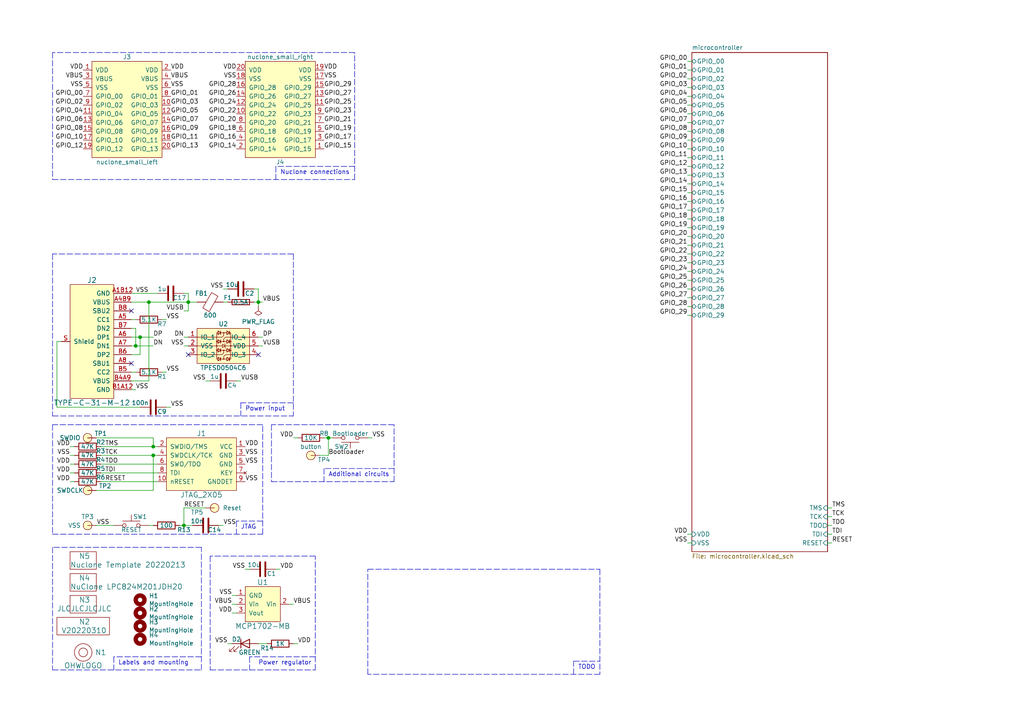
<source format=kicad_sch>
(kicad_sch (version 20211123) (generator eeschema)
  (paper "A4")
  (lib_symbols
    (symbol "Device:C" (pin_numbers hide) (pin_names (offset 0.254))
      (property "Reference" "C" (at 0.635 2.54 0))
      (property "Value" "C" (at 0.635 -2.54 0))
      (symbol "C_0_1"
        (polyline (pts (xy -2.032 -0.762) (xy 2.032 -0.762)) (stroke (width 0.508)))
        (polyline (pts (xy -2.032 0.762) (xy 2.032 0.762)) (stroke (width 0.508)))
      )
      (symbol "C_1_1"
        (pin passive line (at 0 3.81 270) (length 2.794) (name "~") (number "1"))
        (pin passive line (at 0 -3.81 90) (length 2.794) (name "~") (number "2"))
      )
    )
    (symbol "Device:FerriteBead" (pin_numbers hide) (pin_names (offset 0))
      (property "Reference" "FB" (at -3.81 0.635 90))
      (property "Value" "FerriteBead" (at 3.81 0 90))
      (symbol "FerriteBead_0_1"
        (polyline (pts (xy 0 -1.27) (xy 0 -1.2192)))
        (polyline (pts (xy 0 1.27) (xy 0 1.2954)))
        (polyline (pts (xy -2.7686 0.4064) (xy -1.7018 2.2606) (xy 2.7686 -0.3048) (xy 1.6764 -2.159) (xy -2.7686 0.4064)))
      )
      (symbol "FerriteBead_1_1"
        (pin passive line (at 0 3.81 270) (length 2.54) (name "~") (number "1"))
        (pin passive line (at 0 -3.81 90) (length 2.54) (name "~") (number "2"))
      )
    )
    (symbol "Device:Fuse" (pin_numbers hide) (pin_names (offset 0))
      (property "Reference" "F" (at 2.032 0 90))
      (property "Value" "Fuse" (at -1.905 0 90))
      (symbol "Fuse_0_1"
        (rectangle (start -0.762 -2.54) (end 0.762 2.54) (stroke (width 0.254)))
        (polyline (pts (xy 0 2.54) (xy 0 -2.54)))
      )
      (symbol "Fuse_1_1"
        (pin passive line (at 0 3.81 270) (length 1.27) (name "~") (number "1"))
        (pin passive line (at 0 -3.81 90) (length 1.27) (name "~") (number "2"))
      )
    )
    (symbol "Device:LED" (pin_numbers hide) (pin_names (offset 1.016) hide)
      (property "Reference" "D" (at 0 2.54 0))
      (property "Value" "LED" (at 0 -2.54 0))
      (symbol "LED_0_1"
        (polyline (pts (xy -1.27 -1.27) (xy -1.27 1.27)) (stroke (width 0.254)))
        (polyline (pts (xy -1.27 0) (xy 1.27 0)))
        (polyline (pts (xy 1.27 -1.27) (xy 1.27 1.27) (xy -1.27 0) (xy 1.27 -1.27)) (stroke (width 0.254)))
        (polyline (pts (xy -3.048 -0.762) (xy -4.572 -2.286) (xy -3.81 -2.286) (xy -4.572 -2.286) (xy -4.572 -1.524)))
        (polyline (pts (xy -1.778 -0.762) (xy -3.302 -2.286) (xy -2.54 -2.286) (xy -3.302 -2.286) (xy -3.302 -1.524)))
      )
      (symbol "LED_1_1"
        (pin passive line (at -3.81 0 0) (length 2.54) (name "K") (number "1"))
        (pin passive line (at 3.81 0 180) (length 2.54) (name "A") (number "2"))
      )
    )
    (symbol "Device:R" (pin_numbers hide) (pin_names (offset 0))
      (property "Reference" "R" (at 2.032 0 90))
      (property "Value" "R" (at 0 0 90))
      (symbol "R_0_1"
        (rectangle (start -1.016 -2.54) (end 1.016 2.54) (stroke (width 0.254)))
      )
      (symbol "R_1_1"
        (pin passive line (at 0 3.81 270) (length 1.27) (name "~") (number "1"))
        (pin passive line (at 0 -3.81 90) (length 1.27) (name "~") (number "2"))
      )
    )
    (symbol "Mechanical:MountingHole" (pin_names (offset 1.016))
      (property "Reference" "H" (at 0 5.08 0))
      (property "Value" "MountingHole" (at 0 3.175 0))
      (symbol "MountingHole_0_1"
        (circle (center 0 0) (radius 1.27) (stroke (width 1.27)))
      )
    )
    (symbol "SquantorConnectorsNamed:JTAG_2X05_IN" (pin_names (offset 1.016))
      (property "Reference" "J" (at 0 8.89 0))
      (property "Value" "JTAG_2X05_IN" (at 0 -8.89 0))
      (symbol "JTAG_2X05_IN_0_1"
        (rectangle (start -10.16 7.62) (end 10.16 -7.62) (fill (type background)))
      )
      (symbol "JTAG_2X05_IN_1_1"
        (pin power_in line (at 12.7 5.08 180) (length 2.54) (name "VCC") (number "1"))
        (pin open_collector line (at -12.7 -5.08 0) (length 2.54) (name "nRESET") (number "10"))
        (pin bidirectional line (at -12.7 5.08 0) (length 2.54) (name "SWDIO/TMS") (number "2"))
        (pin power_in line (at 12.7 2.54 180) (length 2.54) (name "GND") (number "3"))
        (pin output line (at -12.7 2.54 0) (length 2.54) (name "SWDCLK/TCK") (number "4"))
        (pin power_in line (at 12.7 0 180) (length 2.54) (name "GND") (number "5"))
        (pin output line (at -12.7 0 0) (length 2.54) (name "SWO/TDO") (number "6"))
        (pin no_connect line (at 12.7 -2.54 180) (length 2.54) (name "KEY") (number "7"))
        (pin input line (at -12.7 -2.54 0) (length 2.54) (name "TDI") (number "8"))
        (pin power_in line (at 12.7 -5.08 180) (length 2.54) (name "GNDDET") (number "9"))
      )
    )
    (symbol "SquantorConnectorsNamed:nuclone_small_left" (pin_names (offset 1.016))
      (property "Reference" "J" (at 0 15.24 0))
      (property "Value" "nuclone_small_left" (at 0 -15.24 0))
      (symbol "nuclone_small_left_0_1"
        (rectangle (start -10.16 13.97) (end 10.16 -13.97) (fill (type background)))
      )
      (symbol "nuclone_small_left_1_1"
        (pin power_in line (at -12.7 11.43 0) (length 2.54) (name "VDD") (number "1"))
        (pin bidirectional line (at 12.7 1.27 180) (length 2.54) (name "GPIO_03") (number "10"))
        (pin bidirectional line (at -12.7 -1.27 0) (length 2.54) (name "GPIO_04") (number "11"))
        (pin bidirectional line (at 12.7 -1.27 180) (length 2.54) (name "GPIO_05") (number "12"))
        (pin bidirectional line (at -12.7 -3.81 0) (length 2.54) (name "GPIO_06") (number "13"))
        (pin bidirectional line (at 12.7 -3.81 180) (length 2.54) (name "GPIO_07") (number "14"))
        (pin bidirectional line (at -12.7 -6.35 0) (length 2.54) (name "GPIO_08") (number "15"))
        (pin bidirectional line (at 12.7 -6.35 180) (length 2.54) (name "GPIO_09") (number "16"))
        (pin bidirectional line (at -12.7 -8.89 0) (length 2.54) (name "GPIO_10") (number "17"))
        (pin bidirectional line (at 12.7 -8.89 180) (length 2.54) (name "GPIO_11") (number "18"))
        (pin bidirectional line (at -12.7 -11.43 0) (length 2.54) (name "GPIO_12") (number "19"))
        (pin power_in line (at 12.7 11.43 180) (length 2.54) (name "VDD") (number "2"))
        (pin bidirectional line (at 12.7 -11.43 180) (length 2.54) (name "GPIO_13") (number "20"))
        (pin power_in line (at -12.7 8.89 0) (length 2.54) (name "VBUS") (number "3"))
        (pin power_in line (at 12.7 8.89 180) (length 2.54) (name "VBUS") (number "4"))
        (pin power_in line (at -12.7 6.35 0) (length 2.54) (name "VSS") (number "5"))
        (pin power_in line (at 12.7 6.35 180) (length 2.54) (name "VSS") (number "6"))
        (pin bidirectional line (at -12.7 3.81 0) (length 2.54) (name "GPIO_00") (number "7"))
        (pin bidirectional line (at 12.7 3.81 180) (length 2.54) (name "GPIO_01") (number "8"))
        (pin bidirectional line (at -12.7 1.27 0) (length 2.54) (name "GPIO_02") (number "9"))
      )
    )
    (symbol "SquantorConnectorsNamed:nuclone_small_right" (pin_names (offset 1.016))
      (property "Reference" "J" (at 0 -15.24 0))
      (property "Value" "nuclone_small_right" (at 0 15.24 0))
      (symbol "nuclone_small_right_0_1"
        (rectangle (start 10.16 -13.97) (end -10.16 13.97) (fill (type background)))
      )
      (symbol "nuclone_small_right_1_1"
        (pin bidirectional line (at 12.7 -11.43 180) (length 2.54) (name "GPIO_15") (number "1"))
        (pin bidirectional line (at -12.7 -1.27 0) (length 2.54) (name "GPIO_22") (number "10"))
        (pin bidirectional line (at 12.7 1.27 180) (length 2.54) (name "GPIO_25") (number "11"))
        (pin bidirectional line (at -12.7 1.27 0) (length 2.54) (name "GPIO_24") (number "12"))
        (pin bidirectional line (at 12.7 3.81 180) (length 2.54) (name "GPIO_27") (number "13"))
        (pin bidirectional line (at -12.7 3.81 0) (length 2.54) (name "GPIO_26") (number "14"))
        (pin bidirectional line (at 12.7 6.35 180) (length 2.54) (name "GPIO_29") (number "15"))
        (pin bidirectional line (at -12.7 6.35 0) (length 2.54) (name "GPIO_28") (number "16"))
        (pin power_in line (at 12.7 8.89 180) (length 2.54) (name "VSS") (number "17"))
        (pin power_in line (at -12.7 8.89 0) (length 2.54) (name "VSS") (number "18"))
        (pin power_in line (at 12.7 11.43 180) (length 2.54) (name "VDD") (number "19"))
        (pin bidirectional line (at -12.7 -11.43 0) (length 2.54) (name "GPIO_14") (number "2"))
        (pin power_in line (at -12.7 11.43 0) (length 2.54) (name "VDD") (number "20"))
        (pin bidirectional line (at 12.7 -8.89 180) (length 2.54) (name "GPIO_17") (number "3"))
        (pin bidirectional line (at -12.7 -8.89 0) (length 2.54) (name "GPIO_16") (number "4"))
        (pin bidirectional line (at 12.7 -6.35 180) (length 2.54) (name "GPIO_19") (number "5"))
        (pin bidirectional line (at -12.7 -6.35 0) (length 2.54) (name "GPIO_18") (number "6"))
        (pin bidirectional line (at 12.7 -3.81 180) (length 2.54) (name "GPIO_21") (number "7"))
        (pin bidirectional line (at -12.7 -3.81 0) (length 2.54) (name "GPIO_20") (number "8"))
        (pin bidirectional line (at 12.7 -1.27 180) (length 2.54) (name "GPIO_23") (number "9"))
      )
    )
    (symbol "SquantorDevice:TVS_4_Array" (pin_names (offset 1.016))
      (property "Reference" "U" (at 0 7.62 0))
      (property "Value" "TVS_4_Array" (at 0 -5.08 0))
      (symbol "TVS_4_Array_0_1"
        (rectangle (start -7.62 6.35) (end 7.62 -3.81) (fill (type background)))
        (circle (center -1.905 0) (radius 0.127))
        (circle (center -1.905 1.27) (radius 0.127))
        (circle (center -1.905 2.54) (radius 0.127))
        (polyline (pts (xy -7.62 1.27) (xy -0.254 1.27)))
        (polyline (pts (xy -1.905 5.08) (xy -1.905 -2.54)))
        (polyline (pts (xy -1.524 -2.54) (xy -1.905 -2.54)))
        (polyline (pts (xy -1.524 0) (xy -1.905 0)))
        (polyline (pts (xy -1.524 2.54) (xy -1.905 2.54)))
        (polyline (pts (xy -1.524 5.08) (xy -1.905 5.08)))
        (polyline (pts (xy -0.762 -2.54) (xy 1.016 -2.54)))
        (polyline (pts (xy -0.762 -2.032) (xy -0.762 -3.048)))
        (polyline (pts (xy -0.762 -2.032) (xy -0.762 -3.048)))
        (polyline (pts (xy -0.762 0) (xy 1.016 0)))
        (polyline (pts (xy -0.762 0.508) (xy -0.762 -0.508)))
        (polyline (pts (xy -0.762 0.508) (xy -0.762 -0.508)))
        (polyline (pts (xy -0.762 2.54) (xy 1.016 2.54)))
        (polyline (pts (xy -0.762 3.048) (xy -0.762 2.032)))
        (polyline (pts (xy -0.762 3.048) (xy -0.762 2.032)))
        (polyline (pts (xy -0.762 5.08) (xy 1.016 5.08)))
        (polyline (pts (xy -0.762 5.588) (xy -0.762 4.572)))
        (polyline (pts (xy -0.762 5.588) (xy -0.762 4.572)))
        (polyline (pts (xy 0.508 1.27) (xy 7.62 1.27)))
        (polyline (pts (xy 1.778 -2.54) (xy 2.159 -2.54)))
        (polyline (pts (xy 1.778 -2.032) (xy 1.778 -3.048)))
        (polyline (pts (xy 1.778 -2.032) (xy 1.778 -3.048)))
        (polyline (pts (xy 1.778 0) (xy 2.159 0)))
        (polyline (pts (xy 1.778 0.508) (xy 1.778 -0.508)))
        (polyline (pts (xy 1.778 0.508) (xy 1.778 -0.508)))
        (polyline (pts (xy 1.778 2.54) (xy 2.159 2.54)))
        (polyline (pts (xy 1.778 3.048) (xy 1.778 2.032)))
        (polyline (pts (xy 1.778 3.048) (xy 1.778 2.032)))
        (polyline (pts (xy 1.778 5.08) (xy 2.159 5.08)))
        (polyline (pts (xy 1.778 5.588) (xy 1.778 4.572)))
        (polyline (pts (xy 1.778 5.588) (xy 1.778 4.572)))
        (polyline (pts (xy 2.159 5.08) (xy 2.159 -2.54)))
        (polyline (pts (xy 0.508 1.27) (xy 0.508 0.762) (xy 0.635 0.635)))
        (polyline (pts (xy 0.508 1.27) (xy 0.508 1.778) (xy 0.381 1.905)))
        (polyline (pts (xy -7.62 -1.27) (xy -0.381 -1.27) (xy 0.127 -0.762) (xy 0.127 0)))
        (polyline (pts (xy -7.62 3.81) (xy -0.381 3.81) (xy 0.127 4.318) (xy 0.127 5.08)))
        (polyline (pts (xy 0.508 1.27) (xy -0.254 1.778) (xy -0.254 0.762) (xy 0.508 1.27)))
        (polyline (pts (xy 7.62 -1.27) (xy 0.635 -1.27) (xy 0.127 -1.778) (xy 0.127 -2.413)))
        (polyline (pts (xy 7.62 3.81) (xy 0.635 3.81) (xy 0.127 3.302) (xy 0.127 2.667)))
        (circle (center 0.127 -2.54) (radius 0.127))
        (circle (center 0.127 0) (radius 0.127))
        (circle (center 0.127 2.54) (radius 0.127))
        (circle (center 0.127 5.08) (radius 0.127))
        (circle (center 2.159 0) (radius 0.127))
        (circle (center 2.159 1.27) (radius 0.127))
        (circle (center 2.159 2.54) (radius 0.127))
      )
      (symbol "TVS_4_Array_1_1"
        (polyline (pts (xy -0.762 -2.54) (xy -1.524 -2.032) (xy -1.524 -3.048) (xy -0.762 -2.54)))
        (polyline (pts (xy -0.762 -2.54) (xy -1.524 -2.032) (xy -1.524 -3.048) (xy -0.762 -2.54)))
        (polyline (pts (xy -0.762 0) (xy -1.524 0.508) (xy -1.524 -0.508) (xy -0.762 0)))
        (polyline (pts (xy -0.762 0) (xy -1.524 0.508) (xy -1.524 -0.508) (xy -0.762 0)))
        (polyline (pts (xy -0.762 2.54) (xy -1.524 3.048) (xy -1.524 2.032) (xy -0.762 2.54)))
        (polyline (pts (xy -0.762 2.54) (xy -1.524 3.048) (xy -1.524 2.032) (xy -0.762 2.54)))
        (polyline (pts (xy -0.762 5.08) (xy -1.524 5.588) (xy -1.524 4.572) (xy -0.762 5.08)))
        (polyline (pts (xy -0.762 5.08) (xy -1.524 5.588) (xy -1.524 4.572) (xy -0.762 5.08)))
        (polyline (pts (xy 1.778 -2.54) (xy 1.016 -2.032) (xy 1.016 -3.048) (xy 1.778 -2.54)))
        (polyline (pts (xy 1.778 -2.54) (xy 1.016 -2.032) (xy 1.016 -3.048) (xy 1.778 -2.54)))
        (polyline (pts (xy 1.778 0) (xy 1.016 0.508) (xy 1.016 -0.508) (xy 1.778 0)))
        (polyline (pts (xy 1.778 0) (xy 1.016 0.508) (xy 1.016 -0.508) (xy 1.778 0)))
        (polyline (pts (xy 1.778 2.54) (xy 1.016 3.048) (xy 1.016 2.032) (xy 1.778 2.54)))
        (polyline (pts (xy 1.778 2.54) (xy 1.016 3.048) (xy 1.016 2.032) (xy 1.778 2.54)))
        (polyline (pts (xy 1.778 5.08) (xy 1.016 5.588) (xy 1.016 4.572) (xy 1.778 5.08)))
        (polyline (pts (xy 1.778 5.08) (xy 1.016 5.588) (xy 1.016 4.572) (xy 1.778 5.08)))
        (pin passive line (at -10.16 3.81 0) (length 2.54) (name "IO_1") (number "1"))
        (pin power_in line (at -10.16 1.27 0) (length 2.54) (name "VSS") (number "2"))
        (pin passive line (at -10.16 -1.27 0) (length 2.54) (name "IO_2") (number "3"))
        (pin passive line (at 10.16 -1.27 180) (length 2.54) (name "IO_3") (number "4"))
        (pin power_in line (at 10.16 1.27 180) (length 2.54) (name "VDD") (number "5"))
        (pin passive line (at 10.16 3.81 180) (length 2.54) (name "IO_4") (number "6"))
      )
    )
    (symbol "SquantorLabels:Label" (pin_names (offset 1.016))
      (property "Reference" "N" (at 0 1.27 0))
      (property "Value" "Label" (at 0 -1.27 0))
      (symbol "Label_0_1"
        (rectangle (start -3.81 2.54) (end 3.81 -2.54))
      )
    )
    (symbol "SquantorLabels:OHWLOGO" (pin_names (offset 1.016))
      (property "Reference" "N" (at 0 3.81 0))
      (property "Value" "OHWLOGO" (at 0 -3.81 0))
      (symbol "OHWLOGO_0_1"
        (circle (center 0 0) (radius 1.27))
        (circle (center 0 0) (radius 2.54))
      )
    )
    (symbol "SquantorLabels:VYYYYMMDD" (pin_names (offset 1.016))
      (property "Reference" "N" (at 0 2.54 0))
      (property "Value" "VYYYYMMDD" (at 0 0 0))
      (symbol "VYYYYMMDD_0_1"
        (rectangle (start 7.62 -1.27) (end -7.62 3.81))
      )
    )
    (symbol "SquantorMicrochip:MCP1702-MB" (pin_names (offset 1.016))
      (property "Reference" "U" (at 0 6.35 0))
      (property "Value" "MCP1702-MB" (at 0 -6.35 0))
      (symbol "MCP1702-MB_0_1"
        (rectangle (start -5.08 5.08) (end 5.08 -5.08) (fill (type background)))
      )
      (symbol "MCP1702-MB_1_1"
        (pin power_in line (at -7.62 2.54 0) (length 2.54) (name "GND") (number "1"))
        (pin power_in line (at -7.62 0 0) (length 2.54) (name "Vin") (number "2"))
        (pin power_in line (at 7.62 0 180) (length 2.54) (name "Vin") (number "2"))
        (pin power_out line (at -7.62 -2.54 0) (length 2.54) (name "Vout") (number "3"))
      )
    )
    (symbol "SquantorProto:testpad" (pin_numbers hide) (pin_names (offset 1.016) hide)
      (property "Reference" "TP" (at 0 2.54 0))
      (property "Value" "testpad" (at 0 -2.54 0))
      (symbol "testpad_0_1"
        (circle (center 0 0) (radius 1.27) (fill (type background)))
      )
      (symbol "testpad_1_1"
        (pin passive line (at -2.54 0 0) (length 2.54) (name "1") (number "1"))
      )
    )
    (symbol "SquantorUsb:USB-C_PD_USB" (pin_names (offset 1.016))
      (property "Reference" "J" (at 0 17.78 0))
      (property "Value" "USB-C_PD_USB" (at 0 -17.78 0))
      (symbol "USB-C_PD_USB_0_1"
        (rectangle (start 6.35 16.51) (end -6.35 -16.51) (fill (type background)))
      )
      (symbol "USB-C_PD_USB_1_1"
        (pin power_out line (at 11.43 13.97 180) (length 5.08) (name "GND") (number "A1B12"))
        (pin power_out line (at 11.43 11.43 180) (length 5.08) (name "VBUS") (number "A4B9"))
        (pin bidirectional line (at 11.43 6.35 180) (length 5.08) (name "CC1") (number "A5"))
        (pin bidirectional line (at 11.43 1.27 180) (length 5.08) (name "DP1") (number "A6"))
        (pin bidirectional line (at 11.43 -1.27 180) (length 5.08) (name "DN1") (number "A7"))
        (pin bidirectional line (at 11.43 -6.35 180) (length 5.08) (name "SBU1") (number "A8"))
        (pin passive line (at 11.43 -13.97 180) (length 5.08) (name "GND") (number "B1A12"))
        (pin passive line (at 11.43 -11.43 180) (length 5.08) (name "VBUS") (number "B4A9"))
        (pin bidirectional line (at 11.43 -8.89 180) (length 5.08) (name "CC2") (number "B5"))
        (pin bidirectional line (at 11.43 -3.81 180) (length 5.08) (name "DP2") (number "B6"))
        (pin bidirectional line (at 11.43 3.81 180) (length 5.08) (name "DN2") (number "B7"))
        (pin bidirectional line (at 11.43 8.89 180) (length 5.08) (name "SBU2") (number "B8"))
        (pin passive line (at -8.89 0 0) (length 2.54) (name "Shield") (number "S"))
      )
    )
    (symbol "Switch:SW_Push" (pin_numbers hide) (pin_names (offset 1.016) hide)
      (property "Reference" "SW" (at 1.27 2.54 0))
      (property "Value" "SW_Push" (at 0 -1.524 0))
      (symbol "SW_Push_0_1"
        (circle (center -2.032 0) (radius 0.508))
        (polyline (pts (xy 0 1.27) (xy 0 3.048)))
        (polyline (pts (xy 2.54 1.27) (xy -2.54 1.27)))
        (circle (center 2.032 0) (radius 0.508))
        (pin passive line (at -5.08 0 0) (length 2.54) (name "1") (number "1"))
        (pin passive line (at 5.08 0 180) (length 2.54) (name "2") (number "2"))
      )
    )
    (symbol "power:PWR_FLAG" (power) (pin_numbers hide) (pin_names (offset 0) hide)
      (property "Value" "PWR_FLAG" (at 0 3.81 0))
      (symbol "PWR_FLAG_0_0"
        (pin power_out line (at 0 0 90) (length 0) (name "pwr") (number "1"))
      )
      (symbol "PWR_FLAG_0_1"
        (polyline (pts (xy 0 0) (xy 0 1.27) (xy -1.016 1.905) (xy 0 2.54) (xy 1.016 1.905) (xy 0 1.27)))
      )
    )
  )
  (junction (at 44.45 129.54))
  (junction (at 44.45 132.08))
  (junction (at 39.37 100.33))
  (junction (at 54.61 87.63))
  (junction (at 74.93 87.63))
  (junction (at 43.18 87.63))
  (junction (at 95.25 127))
  (junction (at 53.34 152.4))
  (junction (at 40.64 97.79))
  (no_connect (at 74.93 102.87))
  (no_connect (at 54.61 102.87))
  (no_connect (at 38.1 90.17))
  (no_connect (at 38.1 105.41))
  (polyline (pts (xy 166.37 195.58) (xy 166.37 191.77)))
  (wire (pts (xy 74.93 87.63) (xy 73.66 87.63)))
  (wire (pts (xy 54.61 90.17) (xy 54.61 87.63)))
  (wire (pts (xy 200.66 76.2) (xy 199.39 76.2)))
  (wire (pts (xy 16.51 118.11) (xy 40.64 118.11)))
  (polyline (pts (xy 106.68 195.58) (xy 106.68 165.1)))
  (wire (pts (xy 95.25 127) (xy 96.52 127)))
  (wire (pts (xy 199.39 154.94) (xy 200.66 154.94)))
  (polyline (pts (xy 58.42 194.31) (xy 58.42 158.75)))
  (polyline (pts (xy 173.99 165.1) (xy 173.99 195.58)))
  (wire (pts (xy 39.37 95.25) (xy 39.37 100.33)))
  (wire (pts (xy 64.77 152.4) (xy 63.5 152.4)))
  (wire (pts (xy 38.1 87.63) (xy 43.18 87.63)))
  (wire (pts (xy 44.45 100.33) (xy 39.37 100.33)))
  (wire (pts (xy 29.21 137.16) (xy 45.72 137.16)))
  (polyline (pts (xy 76.2 123.19) (xy 15.24 123.19)))
  (wire (pts (xy 38.1 110.49) (xy 43.18 110.49)))
  (wire (pts (xy 27.94 152.4) (xy 33.02 152.4)))
  (polyline (pts (xy 58.42 158.75) (xy 15.24 158.75)))
  (wire (pts (xy 27.94 142.24) (xy 44.45 142.24)))
  (polyline (pts (xy 33.02 190.5) (xy 33.02 194.31)))
  (wire (pts (xy 74.93 100.33) (xy 76.2 100.33)))
  (wire (pts (xy 39.37 100.33) (xy 38.1 100.33)))
  (polyline (pts (xy 78.74 123.19) (xy 78.74 139.7)))
  (wire (pts (xy 52.07 152.4) (xy 53.34 152.4)))
  (wire (pts (xy 64.77 87.63) (xy 66.04 87.63)))
  (wire (pts (xy 29.21 132.08) (xy 44.45 132.08)))
  (polyline (pts (xy 69.85 116.84) (xy 69.85 120.65)))
  (wire (pts (xy 200.66 50.8) (xy 199.39 50.8)))
  (polyline (pts (xy 78.74 139.7) (xy 114.3 139.7)))
  (wire (pts (xy 200.66 25.4) (xy 199.39 25.4)))
  (wire (pts (xy 200.66 40.64) (xy 199.39 40.64)))
  (wire (pts (xy 241.3 149.86) (xy 240.03 149.86)))
  (wire (pts (xy 199.39 78.74) (xy 200.66 78.74)))
  (wire (pts (xy 199.39 38.1) (xy 200.66 38.1)))
  (wire (pts (xy 86.36 186.69) (xy 85.09 186.69)))
  (polyline (pts (xy 60.96 161.29) (xy 60.96 194.31)))
  (polyline (pts (xy 91.44 194.31) (xy 91.44 161.29)))
  (wire (pts (xy 59.69 147.32) (xy 53.34 147.32)))
  (wire (pts (xy 200.66 157.48) (xy 199.39 157.48)))
  (polyline (pts (xy 85.09 73.66) (xy 85.09 120.65)))
  (polyline (pts (xy 106.68 165.1) (xy 173.99 165.1)))
  (wire (pts (xy 38.1 95.25) (xy 39.37 95.25)))
  (wire (pts (xy 38.1 92.71) (xy 39.37 92.71)))
  (wire (pts (xy 199.39 33.02) (xy 200.66 33.02)))
  (wire (pts (xy 67.31 177.8) (xy 68.58 177.8)))
  (wire (pts (xy 43.18 152.4) (xy 44.45 152.4)))
  (wire (pts (xy 29.21 139.7) (xy 45.72 139.7)))
  (wire (pts (xy 40.64 102.87) (xy 38.1 102.87)))
  (wire (pts (xy 20.32 129.54) (xy 21.59 129.54)))
  (polyline (pts (xy 15.24 123.19) (xy 15.24 154.94)))
  (wire (pts (xy 49.53 118.11) (xy 48.26 118.11)))
  (wire (pts (xy 199.39 73.66) (xy 200.66 73.66)))
  (wire (pts (xy 200.66 81.28) (xy 199.39 81.28)))
  (wire (pts (xy 21.59 137.16) (xy 20.32 137.16)))
  (polyline (pts (xy 60.96 194.31) (xy 91.44 194.31)))
  (wire (pts (xy 199.39 43.18) (xy 200.66 43.18)))
  (wire (pts (xy 44.45 142.24) (xy 44.45 132.08)))
  (polyline (pts (xy 72.39 190.5) (xy 72.39 194.31)))
  (wire (pts (xy 199.39 53.34) (xy 200.66 53.34)))
  (polyline (pts (xy 93.98 135.89) (xy 93.98 139.7)))
  (wire (pts (xy 200.66 45.72) (xy 199.39 45.72)))
  (wire (pts (xy 200.66 60.96) (xy 199.39 60.96)))
  (wire (pts (xy 200.66 66.04) (xy 199.39 66.04)))
  (wire (pts (xy 240.03 157.48) (xy 241.3 157.48)))
  (polyline (pts (xy 15.24 52.07) (xy 102.87 52.07)))
  (wire (pts (xy 53.34 100.33) (xy 54.61 100.33)))
  (wire (pts (xy 16.51 99.06) (xy 16.51 118.11)))
  (wire (pts (xy 93.98 127) (xy 95.25 127)))
  (wire (pts (xy 200.66 30.48) (xy 199.39 30.48)))
  (polyline (pts (xy 15.24 73.66) (xy 15.24 120.65)))
  (wire (pts (xy 200.66 71.12) (xy 199.39 71.12)))
  (polyline (pts (xy 80.01 48.26) (xy 80.01 52.07)))
  (wire (pts (xy 54.61 85.09) (xy 54.61 87.63)))
  (wire (pts (xy 44.45 132.08) (xy 45.72 132.08)))
  (polyline (pts (xy 102.87 48.26) (xy 80.01 48.26)))
  (wire (pts (xy 199.39 27.94) (xy 200.66 27.94)))
  (wire (pts (xy 71.12 165.1) (xy 72.39 165.1)))
  (polyline (pts (xy 76.2 154.94) (xy 76.2 123.19)))
  (wire (pts (xy 241.3 154.94) (xy 240.03 154.94)))
  (wire (pts (xy 95.25 132.08) (xy 95.25 127)))
  (polyline (pts (xy 15.24 120.65) (xy 85.09 120.65)))
  (wire (pts (xy 44.45 127) (xy 44.45 129.54)))
  (wire (pts (xy 21.59 132.08) (xy 20.32 132.08)))
  (wire (pts (xy 53.34 147.32) (xy 53.34 152.4)))
  (wire (pts (xy 44.45 97.79) (xy 40.64 97.79)))
  (wire (pts (xy 29.21 129.54) (xy 44.45 129.54)))
  (wire (pts (xy 38.1 97.79) (xy 40.64 97.79)))
  (wire (pts (xy 55.88 152.4) (xy 53.34 152.4)))
  (polyline (pts (xy 68.58 151.13) (xy 68.58 154.94)))
  (wire (pts (xy 200.66 20.32) (xy 199.39 20.32)))
  (wire (pts (xy 76.2 87.63) (xy 74.93 87.63)))
  (polyline (pts (xy 114.3 135.89) (xy 93.98 135.89)))
  (wire (pts (xy 107.95 127) (xy 106.68 127)))
  (polyline (pts (xy 91.44 161.29) (xy 60.96 161.29)))
  (wire (pts (xy 92.71 132.08) (xy 95.25 132.08)))
  (wire (pts (xy 200.66 86.36) (xy 199.39 86.36)))
  (wire (pts (xy 17.78 99.06) (xy 16.51 99.06)))
  (wire (pts (xy 199.39 63.5) (xy 200.66 63.5)))
  (polyline (pts (xy 58.42 190.5) (xy 33.02 190.5)))
  (wire (pts (xy 74.93 83.82) (xy 74.93 87.63)))
  (wire (pts (xy 74.93 88.9) (xy 74.93 87.63)))
  (wire (pts (xy 40.64 97.79) (xy 40.64 102.87)))
  (polyline (pts (xy 114.3 123.19) (xy 78.74 123.19)))
  (wire (pts (xy 199.39 83.82) (xy 200.66 83.82)))
  (wire (pts (xy 68.58 175.26) (xy 67.31 175.26)))
  (wire (pts (xy 48.26 92.71) (xy 46.99 92.71)))
  (polyline (pts (xy 166.37 191.77) (xy 173.99 191.77)))
  (wire (pts (xy 64.77 83.82) (xy 66.04 83.82)))
  (wire (pts (xy 54.61 87.63) (xy 57.15 87.63)))
  (wire (pts (xy 200.66 55.88) (xy 199.39 55.88)))
  (wire (pts (xy 199.39 22.86) (xy 200.66 22.86)))
  (wire (pts (xy 60.96 110.49) (xy 59.69 110.49)))
  (wire (pts (xy 29.21 134.62) (xy 45.72 134.62)))
  (wire (pts (xy 240.03 147.32) (xy 241.3 147.32)))
  (polyline (pts (xy 102.87 52.07) (xy 102.87 15.24)))
  (wire (pts (xy 53.34 90.17) (xy 54.61 90.17)))
  (polyline (pts (xy 91.44 190.5) (xy 72.39 190.5)))
  (wire (pts (xy 39.37 113.03) (xy 38.1 113.03)))
  (wire (pts (xy 199.39 88.9) (xy 200.66 88.9)))
  (wire (pts (xy 80.01 165.1) (xy 81.28 165.1)))
  (wire (pts (xy 76.2 97.79) (xy 74.93 97.79)))
  (wire (pts (xy 53.34 85.09) (xy 54.61 85.09)))
  (wire (pts (xy 200.66 35.56) (xy 199.39 35.56)))
  (polyline (pts (xy 102.87 15.24) (xy 15.24 15.24)))
  (wire (pts (xy 240.03 152.4) (xy 241.3 152.4)))
  (wire (pts (xy 85.09 175.26) (xy 83.82 175.26)))
  (polyline (pts (xy 15.24 194.31) (xy 58.42 194.31)))
  (polyline (pts (xy 114.3 139.7) (xy 114.3 123.19)))
  (wire (pts (xy 46.99 107.95) (xy 48.26 107.95)))
  (wire (pts (xy 199.39 48.26) (xy 200.66 48.26)))
  (wire (pts (xy 77.47 186.69) (xy 74.93 186.69)))
  (polyline (pts (xy 85.09 116.84) (xy 69.85 116.84)))
  (polyline (pts (xy 15.24 158.75) (xy 15.24 194.31)))
  (wire (pts (xy 199.39 68.58) (xy 200.66 68.58)))
  (wire (pts (xy 44.45 129.54) (xy 45.72 129.54)))
  (wire (pts (xy 73.66 83.82) (xy 74.93 83.82)))
  (wire (pts (xy 43.18 87.63) (xy 54.61 87.63)))
  (wire (pts (xy 67.31 172.72) (xy 68.58 172.72)))
  (wire (pts (xy 39.37 107.95) (xy 38.1 107.95)))
  (wire (pts (xy 199.39 58.42) (xy 200.66 58.42)))
  (wire (pts (xy 27.94 127) (xy 44.45 127)))
  (wire (pts (xy 38.1 85.09) (xy 45.72 85.09)))
  (wire (pts (xy 20.32 134.62) (xy 21.59 134.62)))
  (polyline (pts (xy 85.09 73.66) (xy 15.24 73.66)))
  (wire (pts (xy 85.09 127) (xy 86.36 127)))
  (wire (pts (xy 199.39 17.78) (xy 200.66 17.78)))
  (wire (pts (xy 200.66 91.44) (xy 199.39 91.44)))
  (wire (pts (xy 20.32 139.7) (xy 21.59 139.7)))
  (polyline (pts (xy 15.24 15.24) (xy 15.24 52.07)))
  (wire (pts (xy 67.31 186.69) (xy 66.04 186.69)))
  (wire (pts (xy 54.61 97.79) (xy 53.34 97.79)))
  (polyline (pts (xy 15.24 154.94) (xy 76.2 154.94)))
  (wire (pts (xy 69.85 110.49) (xy 68.58 110.49)))
  (polyline (pts (xy 76.2 151.13) (xy 68.58 151.13)))
  (polyline (pts (xy 173.99 195.58) (xy 106.68 195.58)))
  (wire (pts (xy 43.18 110.49) (xy 43.18 87.63)))
  (text "Power input" (at 71.12 119.38 0) (effects (font (size 1.27 1.27)) (justify left bottom)))
  (text "Labels and mounting" (at 34.29 193.04 0) (effects (font (size 1.27 1.27)) (justify left bottom)))
  (text "Additional circuits" (at 95.25 138.43 0) (effects (font (size 1.27 1.27)) (justify left bottom)))
  (text "Nuclone connections" (at 81.28 50.8 0) (effects (font (size 1.27 1.27)) (justify left bottom)))
  (text "JTAG" (at 69.85 153.67 0) (effects (font (size 1.27 1.27)) (justify left bottom)))
  (text "TODO" (at 167.64 194.31 0) (effects (font (size 1.27 1.27)) (justify left bottom)))
  (text "Power regulator" (at 74.93 193.04 0) (effects (font (size 1.27 1.27)) (justify left bottom)))
  (label "GPIO_00" (at 24.13 27.94 180))
  (label "VUSB" (at 76.2 100.33 0))
  (label "GPIO_11" (at 49.53 40.64 0))
  (label "TCK" (at 241.3 149.86 0))
  (label "GPIO_20" (at 199.39 68.58 180))
  (label "GPIO_28" (at 68.58 25.4 180))
  (label "GPIO_10" (at 199.39 43.18 180))
  (label "GPIO_09" (at 199.39 40.64 180))
  (label "GPIO_15" (at 199.39 55.88 180))
  (label "VBUS" (at 76.2 87.63 0))
  (label "VDD" (at 20.32 129.54 180))
  (label "GPIO_00" (at 199.39 17.78 180))
  (label "VBUS" (at 49.53 22.86 0))
  (label "RESET" (at 30.48 139.7 0))
  (label "TDI" (at 30.48 137.16 0))
  (label "GPIO_02" (at 199.39 22.86 180))
  (label "Bootloader" (at 95.25 132.08 0))
  (label "GPIO_22" (at 68.58 33.02 180))
  (label "GPIO_15" (at 93.98 43.18 0))
  (label "VSS" (at 66.04 186.69 180))
  (label "GPIO_22" (at 199.39 73.66 180))
  (label "GPIO_19" (at 93.98 38.1 0))
  (label "VSS" (at 64.77 83.82 180))
  (label "TDO" (at 30.48 134.62 0))
  (label "GPIO_17" (at 199.39 60.96 180))
  (label "GPIO_04" (at 199.39 27.94 180))
  (label "GPIO_20" (at 68.58 35.56 180))
  (label "GPIO_08" (at 24.13 38.1 180))
  (label "GPIO_16" (at 68.58 40.64 180))
  (label "VDD" (at 81.28 165.1 0))
  (label "GPIO_13" (at 199.39 50.8 180))
  (label "VSS" (at 67.31 172.72 180))
  (label "VBUS" (at 67.31 175.26 180))
  (label "GPIO_17" (at 93.98 40.64 0))
  (label "GPIO_21" (at 93.98 35.56 0))
  (label "GPIO_24" (at 68.58 30.48 180))
  (label "VDD" (at 24.13 20.32 180))
  (label "GPIO_08" (at 199.39 38.1 180))
  (label "VDD" (at 85.09 127 180))
  (label "TDI" (at 241.3 154.94 0))
  (label "VDD" (at 20.32 139.7 180))
  (label "VDD" (at 199.39 154.94 180))
  (label "GPIO_07" (at 49.53 35.56 0))
  (label "GPIO_03" (at 199.39 25.4 180))
  (label "GPIO_05" (at 49.53 33.02 0))
  (label "GPIO_25" (at 93.98 30.48 0))
  (label "GPIO_14" (at 199.39 53.34 180))
  (label "GPIO_01" (at 199.39 20.32 180))
  (label "VSS" (at 68.58 22.86 180))
  (label "VBUS" (at 85.09 175.26 0))
  (label "GPIO_13" (at 49.53 43.18 0))
  (label "VSS" (at 59.69 110.49 180))
  (label "VSS" (at 71.12 139.7 0))
  (label "GPIO_23" (at 93.98 33.02 0))
  (label "VDD" (at 71.12 129.54 0))
  (label "TDO" (at 241.3 152.4 0))
  (label "VDD" (at 68.58 20.32 180))
  (label "VSS" (at 49.53 25.4 0))
  (label "GPIO_06" (at 199.39 33.02 180))
  (label "GPIO_11" (at 199.39 45.72 180))
  (label "RESET" (at 241.3 157.48 0))
  (label "GPIO_18" (at 68.58 38.1 180))
  (label "DP" (at 76.2 97.79 0))
  (label "VSS" (at 48.26 92.71 0))
  (label "GPIO_27" (at 93.98 27.94 0))
  (label "GPIO_16" (at 199.39 58.42 180))
  (label "GPIO_09" (at 49.53 38.1 0))
  (label "RESET" (at 53.34 147.32 0))
  (label "VUSB" (at 53.34 90.17 180))
  (label "VSS" (at 64.77 152.4 0))
  (label "TMS" (at 241.3 147.32 0))
  (label "GPIO_12" (at 199.39 48.26 180))
  (label "GPIO_02" (at 24.13 30.48 180))
  (label "VSS" (at 71.12 134.62 0))
  (label "VSS" (at 93.98 22.86 0))
  (label "GPIO_04" (at 24.13 33.02 180))
  (label "VSS" (at 71.12 132.08 0))
  (label "GPIO_29" (at 93.98 25.4 0))
  (label "GPIO_07" (at 199.39 35.56 180))
  (label "GPIO_24" (at 199.39 78.74 180))
  (label "GPIO_28" (at 199.39 88.9 180))
  (label "VSS" (at 53.34 100.33 180))
  (label "VSS" (at 49.53 118.11 0))
  (label "TCK" (at 30.48 132.08 0))
  (label "GPIO_06" (at 24.13 35.56 180))
  (label "VDD" (at 93.98 20.32 0))
  (label "VDD" (at 49.53 20.32 0))
  (label "VSS" (at 24.13 25.4 180))
  (label "GPIO_10" (at 24.13 40.64 180))
  (label "GPIO_14" (at 68.58 43.18 180))
  (label "GPIO_29" (at 199.39 91.44 180))
  (label "VDD" (at 86.36 186.69 0))
  (label "GPIO_03" (at 49.53 30.48 0))
  (label "VDD" (at 20.32 134.62 180))
  (label "GPIO_12" (at 24.13 43.18 180))
  (label "VSS" (at 48.26 107.95 0))
  (label "VSS" (at 107.95 127 0))
  (label "VSS" (at 71.12 165.1 180))
  (label "GPIO_25" (at 199.39 81.28 180))
  (label "GPIO_05" (at 199.39 30.48 180))
  (label "GPIO_26" (at 68.58 27.94 180))
  (label "VSS" (at 31.75 152.4 180))
  (label "GPIO_21" (at 199.39 71.12 180))
  (label "GPIO_19" (at 199.39 66.04 180))
  (label "GPIO_23" (at 199.39 76.2 180))
  (label "VSS" (at 39.37 113.03 0))
  (label "VDD" (at 67.31 177.8 180))
  (label "VSS" (at 20.32 132.08 180))
  (label "GPIO_18" (at 199.39 63.5 180))
  (label "VUSB" (at 69.85 110.49 0))
  (label "DN" (at 44.45 100.33 0))
  (label "DP" (at 44.45 97.79 0))
  (label "VBUS" (at 24.13 22.86 180))
  (label "VSS" (at 39.37 85.09 0))
  (label "GPIO_27" (at 199.39 86.36 180))
  (label "GPIO_01" (at 49.53 27.94 0))
  (label "DN" (at 53.34 97.79 180))
  (label "GPIO_26" (at 199.39 83.82 180))
  (label "VDD" (at 20.32 137.16 180))
  (label "TMS" (at 30.48 129.54 0))
  (label "VSS" (at 199.39 157.48 180))
  (symbol (lib_id "SquantorLabels:OHWLOGO") (at 24.13 189.23 0) (unit 1)
    (property "Reference" "N1" (at 29.21 189.23 0) (effects (font (size 1.524 1.524))))
    (property "Value" "OHWLOGO" (at 24.13 193.04 0) (effects (font (size 1.524 1.524))))
    (property "Footprint" "Symbols:OSHW-Symbol_6.7x6mm_SilkScreen" (effects hide))
  )
  (symbol (lib_id "SquantorConnectorsNamed:JTAG_2X05_IN") (at 58.42 134.62 0) (unit 1)
    (property "Reference" "J1" (at 58.42 125.73 0) (effects (font (size 1.524 1.524))))
    (property "Value" "JTAG_2X05" (at 58.42 143.51 0) (effects (font (size 1.524 1.524))))
    (property "Footprint" "SquantorConnectors:Header-0127-2X05-H006" (effects hide))
  )
  (symbol (lib_id "Device:FerriteBead") (at 60.96 87.63 270) (unit 1)
    (property "Reference" "FB1" (at 58.42 85.09 90))
    (property "Value" "600" (at 60.96 91.44 90))
    (property "Footprint" "SquantorRcl:L_0603" (effects hide))
  )
  (symbol (lib_id "Device:Fuse") (at 69.85 87.63 270) (unit 1)
    (property "Reference" "F1" (at 66.04 86.36 90))
    (property "Value" "0.5A" (at 69.85 87.63 90))
    (property "Footprint" "SquantorRcl:F_0603_hand" (effects hide))
  )
  (symbol (lib_id "Device:C") (at 69.85 83.82 90) (unit 1)
    (property "Reference" "C2" (at 72.39 85.09 90))
    (property "Value" "10u" (at 67.31 82.55 90))
    (property "Footprint" "SquantorRcl:C_0603" (effects hide))
  )
  (symbol (lib_id "power:PWR_FLAG") (at 74.93 88.9 180) (unit 1)
    (property "Reference" "#FLG01" (effects hide))
    (property "Value" "PWR_FLAG" (at 74.93 93.2942 0))
  )
  (symbol (lib_id "Mechanical:MountingHole") (at 40.64 185.42 0) (unit 1)
    (property "Reference" "H4" (at 43.18 184.2516 0) (effects (justify left)))
    (property "Value" "MountingHole" (at 43.18 186.563 0) (effects (justify left)))
    (property "Footprint" "MountingHole:MountingHole_3.2mm_M3_Pad_Via" (effects hide))
  )
  (symbol (lib_id "Mechanical:MountingHole") (at 40.64 181.61 0) (unit 1)
    (property "Reference" "H3" (at 43.18 180.4416 0) (effects (justify left)))
    (property "Value" "MountingHole" (at 43.18 182.753 0) (effects (justify left)))
    (property "Footprint" "MountingHole:MountingHole_3.2mm_M3_Pad_Via" (effects hide))
  )
  (symbol (lib_id "Mechanical:MountingHole") (at 40.64 177.8 0) (unit 1)
    (property "Reference" "H2" (at 43.18 176.6316 0) (effects (justify left)))
    (property "Value" "MountingHole" (at 43.18 178.943 0) (effects (justify left)))
    (property "Footprint" "MountingHole:MountingHole_3.2mm_M3_Pad_Via" (effects hide))
  )
  (symbol (lib_id "Mechanical:MountingHole") (at 40.64 173.99 0) (unit 1)
    (property "Reference" "H1" (at 43.18 172.8216 0) (effects (justify left)))
    (property "Value" "MountingHole" (at 43.18 175.133 0) (effects (justify left)))
    (property "Footprint" "MountingHole:MountingHole_3.2mm_M3_Pad_Via" (effects hide))
  )
  (symbol (lib_id "SquantorLabels:VYYYYMMDD") (at 24.13 182.88 0) (unit 1)
    (property "Reference" "N2" (at 22.86 180.34 0) (effects (font (size 1.524 1.524)) (justify left)))
    (property "Value" "V20220310" (at 17.78 182.88 0) (effects (font (size 1.524 1.524)) (justify left)))
    (property "Footprint" "SquantorLabels:Label_Generic" (effects hide))
  )
  (symbol (lib_id "SquantorMicrochip:MCP1702-MB") (at 76.2 175.26 0) (unit 1)
    (property "Reference" "U1" (at 76.2 168.91 0) (effects (font (size 1.524 1.524))))
    (property "Value" "MCP1702-MB" (at 76.2 181.61 0) (effects (font (size 1.524 1.524))))
    (property "Footprint" "SquantorIC:SOT89-NXP" (effects hide))
  )
  (symbol (lib_id "Device:C") (at 76.2 165.1 270) (unit 1)
    (property "Reference" "C1" (at 78.74 166.37 90))
    (property "Value" "10u" (at 73.66 163.83 90))
    (property "Footprint" "SquantorRcl:C_0603" (effects hide))
  )
  (symbol (lib_id "SquantorConnectorsNamed:nuclone_small_left") (at 36.83 31.75 0) (unit 1)
    (property "Reference" "J3" (at 36.83 16.51 0))
    (property "Value" "nuclone_small_left" (at 36.83 46.99 0))
    (property "Footprint" "SquantorConnectorsNamed:nuclone_small_left_stacked" (effects hide))
  )
  (symbol (lib_id "SquantorConnectorsNamed:nuclone_small_right") (at 81.28 31.75 0) (unit 1)
    (property "Reference" "J4" (at 81.28 46.99 0))
    (property "Value" "nuclone_small_right" (at 81.28 16.51 0))
    (property "Footprint" "SquantorConnectorsNamed:nuclone_small_right_stacked" (effects hide))
  )
  (symbol (lib_id "SquantorLabels:Label") (at 24.13 175.26 0) (unit 1)
    (property "Reference" "N3" (at 22.86 173.99 0) (effects (font (size 1.524 1.524)) (justify left)))
    (property "Value" "JLCJLCJLCJLC" (at 16.51 176.53 0) (effects (font (size 1.524 1.524)) (justify left)))
    (property "Footprint" "SquantorLabels:Label_Generic" (effects hide))
  )
  (symbol (lib_id "Switch:SW_Push") (at 38.1 152.4 0) (unit 1)
    (property "Reference" "SW1" (at 40.64 149.86 0))
    (property "Value" "RESET" (at 38.1 153.67 0))
    (property "Footprint" "SquantorSwitches:TD-85XU" (effects hide))
  )
  (symbol (lib_id "SquantorUsb:USB-C_PD_USB") (at 26.67 99.06 0) (unit 1)
    (property "Reference" "J2" (at 26.67 81.28 0) (effects (font (size 1.524 1.524))))
    (property "Value" "TYPE-C-31-M-12" (at 26.67 116.84 0) (effects (font (size 1.524 1.524))))
    (property "Footprint" "SquantorUsb:USB-C-HRO-31-M-12" (effects hide))
  )
  (symbol (lib_id "Device:R") (at 43.18 107.95 270) (unit 1)
    (property "Reference" "R1" (at 46.99 109.22 90))
    (property "Value" "5.1K" (at 43.18 107.95 90))
    (property "Footprint" "SquantorRcl:R_0402_hand" (effects hide))
  )
  (symbol (lib_id "Device:C") (at 44.45 118.11 270) (unit 1)
    (property "Reference" "C9" (at 46.99 119.38 90))
    (property "Value" "100n" (at 40.64 116.84 90))
    (property "Footprint" "SquantorRcl:C_0805" (effects hide))
  )
  (symbol (lib_id "Device:R") (at 25.4 129.54 270) (unit 1)
    (property "Reference" "R2" (at 29.21 128.27 90))
    (property "Value" "47K" (at 25.4 129.54 90))
    (property "Footprint" "SquantorRcl:R_0402_hand" (effects hide))
  )
  (symbol (lib_id "Device:R") (at 25.4 132.08 270) (unit 1)
    (property "Reference" "R3" (at 29.21 130.81 90))
    (property "Value" "47K" (at 25.4 132.08 90))
    (property "Footprint" "SquantorRcl:R_0402_hand" (effects hide))
  )
  (symbol (lib_id "Device:R") (at 25.4 134.62 270) (unit 1)
    (property "Reference" "R4" (at 29.21 133.35 90))
    (property "Value" "47K" (at 25.4 134.62 90))
    (property "Footprint" "SquantorRcl:R_0402_hand" (effects hide))
  )
  (symbol (lib_id "Device:R") (at 25.4 137.16 270) (unit 1)
    (property "Reference" "R5" (at 29.21 135.89 90))
    (property "Value" "47K" (at 25.4 137.16 90))
    (property "Footprint" "SquantorRcl:R_0402_hand" (effects hide))
  )
  (symbol (lib_id "Device:R") (at 25.4 139.7 270) (unit 1)
    (property "Reference" "R6" (at 29.21 138.43 90))
    (property "Value" "47K" (at 25.4 139.7 90))
    (property "Footprint" "SquantorRcl:R_0402_hand" (effects hide))
  )
  (symbol (lib_id "SquantorLabels:Label") (at 24.13 168.91 0) (unit 1)
    (property "Reference" "N4" (at 22.86 167.64 0) (effects (font (size 1.524 1.524)) (justify left)))
    (property "Value" "NuClone LPC824M201JDH20" (at 20.32 170.18 0) (effects (font (size 1.524 1.524)) (justify left)))
    (property "Footprint" "SquantorLabels:Label_Generic" (effects hide))
  )
  (symbol (lib_id "Device:R") (at 48.26 152.4 270) (unit 1)
    (property "Reference" "R13" (at 53.34 153.67 90))
    (property "Value" "100" (at 48.26 152.4 90))
    (property "Footprint" "SquantorRcl:R_0402_hand" (effects hide))
  )
  (symbol (lib_id "Device:C") (at 59.69 152.4 270) (unit 1)
    (property "Reference" "C14" (at 62.23 153.67 90))
    (property "Value" "10n" (at 57.15 151.13 90))
    (property "Footprint" "SquantorRcl:C_0402" (effects hide))
  )
  (symbol (lib_id "Device:R") (at 81.28 186.69 90) (unit 1)
    (property "Reference" "R14" (at 77.47 187.96 90))
    (property "Value" "1K" (at 81.28 186.69 90))
    (property "Footprint" "SquantorRcl:R_0402_hand" (effects hide))
  )
  (symbol (lib_id "Device:LED") (at 71.12 186.69 0) (unit 1)
    (property "Reference" "D2" (at 68.58 185.42 0))
    (property "Value" "GREEN" (at 72.39 189.23 0))
    (property "Footprint" "SquantorDiodes:LED_0603_hand" (effects hide))
  )
  (symbol (lib_id "Device:R") (at 43.18 92.71 270) (unit 1)
    (property "Reference" "R7" (at 46.99 93.98 90))
    (property "Value" "5.1K" (at 43.18 92.71 90))
    (property "Footprint" "SquantorRcl:R_0402_hand" (effects hide))
  )
  (symbol (lib_id "Device:C") (at 49.53 85.09 90) (unit 1)
    (property "Reference" "C17" (at 52.07 86.36 90))
    (property "Value" "1u" (at 46.99 83.82 90))
    (property "Footprint" "SquantorRcl:C_0603" (effects hide))
  )
  (symbol (lib_id "Switch:SW_Push") (at 101.6 127 180) (unit 1)
    (property "Reference" "SW2" (at 99.06 129.54 0))
    (property "Value" "Bootloader" (at 101.6 125.73 0))
    (property "Footprint" "SquantorSwitches:TD-85XU" (effects hide))
  )
  (symbol (lib_id "Device:R") (at 90.17 127 270) (unit 1)
    (property "Reference" "R8" (at 93.98 125.73 90))
    (property "Value" "10K" (at 90.17 127 90))
    (property "Footprint" "SquantorRcl:R_0402_hand" (effects hide))
  )
  (symbol (lib_id "SquantorProto:testpad") (at 90.17 132.08 180) (unit 1)
    (property "Reference" "TP4" (at 93.98 133.35 0))
    (property "Value" "button" (at 90.17 129.54 0))
    (property "Footprint" "SquantorTestPoints:TestPoint_hole_H04R07" (effects hide))
  )
  (symbol (lib_id "SquantorProto:testpad") (at 25.4 127 180) (unit 1)
    (property "Reference" "TP1" (at 29.21 125.73 0))
    (property "Value" "SWDIO" (at 20.32 127 0))
    (property "Footprint" "SquantorTestPoints:TestPoint_hole_H04R07" (effects hide))
  )
  (symbol (lib_id "SquantorProto:testpad") (at 25.4 142.24 180) (unit 1)
    (property "Reference" "TP2" (at 30.48 140.97 0))
    (property "Value" "SWDCLK" (at 20.32 142.24 0))
    (property "Footprint" "SquantorTestPoints:TestPoint_hole_H04R07" (effects hide))
  )
  (symbol (lib_id "SquantorProto:testpad") (at 25.4 152.4 180) (unit 1)
    (property "Reference" "TP3" (at 25.4 149.86 0))
    (property "Value" "VSS" (at 21.59 152.4 0))
    (property "Footprint" "SquantorTestPoints:TestPoint_hole_H05R10" (effects hide))
  )
  (symbol (lib_id "SquantorProto:testpad") (at 62.23 147.32 0) (unit 1)
    (property "Reference" "TP5" (at 57.15 148.59 0))
    (property "Value" "Reset" (at 67.31 147.32 0))
    (property "Footprint" "SquantorTestPoints:TestPoint_hole_H04R07" (effects hide))
  )
  (symbol (lib_id "SquantorLabels:Label") (at 24.13 162.56 0) (unit 1)
    (property "Reference" "N5" (at 22.86 161.29 0) (effects (font (size 1.524 1.524)) (justify left)))
    (property "Value" "Nuclone Template 20220213" (at 20.32 163.83 0) (effects (font (size 1.524 1.524)) (justify left)))
    (property "Footprint" "SquantorLabels:Label_Generic" (effects hide))
  )
  (symbol (lib_id "SquantorDevice:TVS_4_Array") (at 64.77 101.6 0) (unit 1)
    (property "Reference" "U2" (at 64.77 93.98 0))
    (property "Value" "TPESD0504C6" (at 64.77 106.68 0))
    (property "Footprint" "SquantorIC:SOT363-ONsemi" (effects hide))
  )
  (symbol (lib_id "Device:C") (at 64.77 110.49 270) (unit 1)
    (property "Reference" "C4" (at 67.31 111.76 90))
    (property "Value" "1u" (at 62.23 109.22 90))
    (property "Footprint" "SquantorRcl:C_0402" (effects hide))
  )
  (sheet (at 200.66 15.24) (size 39.37 144.78)
    (property "Sheet name" "microcontroller" (at 200.66 14.5284 0) (effects (justify left bottom)))
    (property "Sheet file" "microcontroller.kicad_sch" (at 200.66 160.6046 0) (effects (justify left top)))
    (pin "VSS" input (at 200.66 157.48 180))
    (pin "VDD" input (at 200.66 154.94 180))
    (pin "TMS" input (at 240.03 147.32 0))
    (pin "TCK" input (at 240.03 149.86 0))
    (pin "TDI" input (at 240.03 154.94 0))
    (pin "TDO" output (at 240.03 152.4 0))
    (pin "RESET" input (at 240.03 157.48 0))
    (pin "GPIO_00" bidirectional (at 200.66 17.78 180))
    (pin "GPIO_01" bidirectional (at 200.66 20.32 180))
    (pin "GPIO_02" bidirectional (at 200.66 22.86 180))
    (pin "GPIO_03" bidirectional (at 200.66 25.4 180))
    (pin "GPIO_04" bidirectional (at 200.66 27.94 180))
    (pin "GPIO_05" bidirectional (at 200.66 30.48 180))
    (pin "GPIO_06" bidirectional (at 200.66 33.02 180))
    (pin "GPIO_07" bidirectional (at 200.66 35.56 180))
    (pin "GPIO_08" bidirectional (at 200.66 38.1 180))
    (pin "GPIO_09" bidirectional (at 200.66 40.64 180))
    (pin "GPIO_10" bidirectional (at 200.66 43.18 180))
    (pin "GPIO_11" bidirectional (at 200.66 45.72 180))
    (pin "GPIO_12" bidirectional (at 200.66 48.26 180))
    (pin "GPIO_13" bidirectional (at 200.66 50.8 180))
    (pin "GPIO_14" bidirectional (at 200.66 53.34 180))
    (pin "GPIO_15" bidirectional (at 200.66 55.88 180))
    (pin "GPIO_16" bidirectional (at 200.66 58.42 180))
    (pin "GPIO_17" bidirectional (at 200.66 60.96 180))
    (pin "GPIO_18" bidirectional (at 200.66 63.5 180))
    (pin "GPIO_19" bidirectional (at 200.66 66.04 180))
    (pin "GPIO_20" bidirectional (at 200.66 68.58 180))
    (pin "GPIO_21" bidirectional (at 200.66 71.12 180))
    (pin "GPIO_22" bidirectional (at 200.66 73.66 180))
    (pin "GPIO_23" bidirectional (at 200.66 76.2 180))
    (pin "GPIO_24" bidirectional (at 200.66 78.74 180))
    (pin "GPIO_25" bidirectional (at 200.66 81.28 180))
    (pin "GPIO_26" bidirectional (at 200.66 83.82 180))
    (pin "GPIO_27" bidirectional (at 200.66 86.36 180))
    (pin "GPIO_28" bidirectional (at 200.66 88.9 180))
    (pin "GPIO_29" bidirectional (at 200.66 91.44 180))
  )
)
</source>
